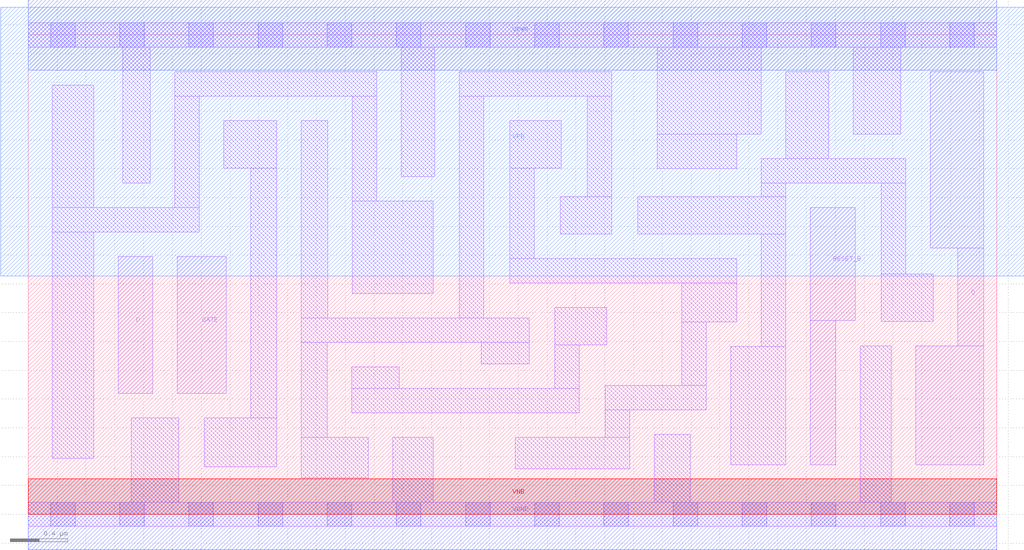
<source format=lef>
# Copyright 2020 The SkyWater PDK Authors
#
# Licensed under the Apache License, Version 2.0 (the "License");
# you may not use this file except in compliance with the License.
# You may obtain a copy of the License at
#
#     https://www.apache.org/licenses/LICENSE-2.0
#
# Unless required by applicable law or agreed to in writing, software
# distributed under the License is distributed on an "AS IS" BASIS,
# WITHOUT WARRANTIES OR CONDITIONS OF ANY KIND, either express or implied.
# See the License for the specific language governing permissions and
# limitations under the License.
#
# SPDX-License-Identifier: Apache-2.0

VERSION 5.7 ;
  NOWIREEXTENSIONATPIN ON ;
  DIVIDERCHAR "/" ;
  BUSBITCHARS "[]" ;
MACRO sky130_fd_sc_lp__dlrtp_1
  CLASS CORE ;
  FOREIGN sky130_fd_sc_lp__dlrtp_1 ;
  ORIGIN  0.000000  0.000000 ;
  SIZE  6.720000 BY  3.330000 ;
  SYMMETRY X Y R90 ;
  SITE unit ;
  PIN D
    ANTENNAGATEAREA  0.159000 ;
    DIRECTION INPUT ;
    USE SIGNAL ;
    PORT
      LAYER li1 ;
        RECT 0.625000 0.840000 0.865000 1.790000 ;
    END
  END D
  PIN Q
    ANTENNADIFFAREA  0.556500 ;
    DIRECTION OUTPUT ;
    USE SIGNAL ;
    PORT
      LAYER li1 ;
        RECT 6.160000 0.345000 6.630000 1.170000 ;
        RECT 6.260000 1.850000 6.630000 3.075000 ;
        RECT 6.450000 1.170000 6.630000 1.850000 ;
    END
  END Q
  PIN RESET_B
    ANTENNAGATEAREA  0.315000 ;
    DIRECTION INPUT ;
    USE SIGNAL ;
    PORT
      LAYER li1 ;
        RECT 5.425000 0.345000 5.605000 1.345000 ;
        RECT 5.425000 1.345000 5.740000 2.130000 ;
    END
  END RESET_B
  PIN GATE
    ANTENNAGATEAREA  0.159000 ;
    DIRECTION INPUT ;
    USE CLOCK ;
    PORT
      LAYER li1 ;
        RECT 1.035000 0.840000 1.375000 1.790000 ;
    END
  END GATE
  PIN VGND
    DIRECTION INOUT ;
    USE GROUND ;
    PORT
      LAYER met1 ;
        RECT 0.000000 -0.245000 6.720000 0.245000 ;
    END
  END VGND
  PIN VNB
    DIRECTION INOUT ;
    USE GROUND ;
    PORT
      LAYER pwell ;
        RECT 0.000000 0.000000 6.720000 0.245000 ;
    END
  END VNB
  PIN VPB
    DIRECTION INOUT ;
    USE POWER ;
    PORT
      LAYER nwell ;
        RECT -0.190000 1.655000 6.910000 3.520000 ;
    END
  END VPB
  PIN VPWR
    DIRECTION INOUT ;
    USE POWER ;
    PORT
      LAYER met1 ;
        RECT 0.000000 3.085000 6.720000 3.575000 ;
    END
  END VPWR
  OBS
    LAYER li1 ;
      RECT 0.000000 -0.085000 6.720000 0.085000 ;
      RECT 0.000000  3.245000 6.720000 3.415000 ;
      RECT 0.165000  0.390000 0.455000 1.960000 ;
      RECT 0.165000  1.960000 1.185000 2.130000 ;
      RECT 0.165000  2.130000 0.455000 2.980000 ;
      RECT 0.655000  2.300000 0.845000 3.245000 ;
      RECT 0.715000  0.085000 1.045000 0.670000 ;
      RECT 1.015000  2.130000 1.185000 2.905000 ;
      RECT 1.015000  2.905000 2.420000 3.075000 ;
      RECT 1.220000  0.330000 1.725000 0.670000 ;
      RECT 1.355000  2.405000 1.725000 2.735000 ;
      RECT 1.545000  0.670000 1.725000 2.405000 ;
      RECT 1.895000  0.255000 2.360000 0.535000 ;
      RECT 1.895000  0.535000 2.075000 1.195000 ;
      RECT 1.895000  1.195000 3.475000 1.365000 ;
      RECT 1.895000  1.365000 2.080000 2.735000 ;
      RECT 2.245000  0.705000 3.825000 0.875000 ;
      RECT 2.245000  0.875000 2.575000 1.025000 ;
      RECT 2.250000  1.535000 2.810000 2.175000 ;
      RECT 2.250000  2.175000 2.420000 2.905000 ;
      RECT 2.530000  0.085000 2.810000 0.535000 ;
      RECT 2.590000  2.345000 2.820000 3.245000 ;
      RECT 2.990000  1.365000 3.160000 2.905000 ;
      RECT 2.990000  2.905000 4.050000 3.075000 ;
      RECT 3.145000  1.045000 3.475000 1.195000 ;
      RECT 3.340000  1.605000 4.915000 1.775000 ;
      RECT 3.340000  1.775000 3.510000 2.405000 ;
      RECT 3.340000  2.405000 3.700000 2.735000 ;
      RECT 3.380000  0.315000 4.175000 0.535000 ;
      RECT 3.655000  0.875000 3.825000 1.175000 ;
      RECT 3.655000  1.175000 4.015000 1.435000 ;
      RECT 3.690000  1.945000 4.050000 2.205000 ;
      RECT 3.880000  2.205000 4.050000 2.905000 ;
      RECT 4.005000  0.535000 4.175000 0.725000 ;
      RECT 4.005000  0.725000 4.705000 0.895000 ;
      RECT 4.230000  1.945000 5.255000 2.205000 ;
      RECT 4.345000  0.085000 4.595000 0.555000 ;
      RECT 4.365000  2.400000 4.915000 2.640000 ;
      RECT 4.365000  2.640000 5.085000 3.245000 ;
      RECT 4.535000  0.895000 4.705000 1.335000 ;
      RECT 4.535000  1.335000 4.915000 1.605000 ;
      RECT 4.875000  0.345000 5.255000 1.165000 ;
      RECT 5.085000  1.165000 5.255000 1.945000 ;
      RECT 5.085000  2.205000 5.255000 2.300000 ;
      RECT 5.085000  2.300000 6.090000 2.470000 ;
      RECT 5.255000  2.470000 5.555000 3.075000 ;
      RECT 5.725000  2.640000 6.055000 3.245000 ;
      RECT 5.775000  0.085000 5.990000 1.170000 ;
      RECT 5.920000  1.340000 6.280000 1.670000 ;
      RECT 5.920000  1.670000 6.090000 2.300000 ;
    LAYER mcon ;
      RECT 0.155000 -0.085000 0.325000 0.085000 ;
      RECT 0.155000  3.245000 0.325000 3.415000 ;
      RECT 0.635000 -0.085000 0.805000 0.085000 ;
      RECT 0.635000  3.245000 0.805000 3.415000 ;
      RECT 1.115000 -0.085000 1.285000 0.085000 ;
      RECT 1.115000  3.245000 1.285000 3.415000 ;
      RECT 1.595000 -0.085000 1.765000 0.085000 ;
      RECT 1.595000  3.245000 1.765000 3.415000 ;
      RECT 2.075000 -0.085000 2.245000 0.085000 ;
      RECT 2.075000  3.245000 2.245000 3.415000 ;
      RECT 2.555000 -0.085000 2.725000 0.085000 ;
      RECT 2.555000  3.245000 2.725000 3.415000 ;
      RECT 3.035000 -0.085000 3.205000 0.085000 ;
      RECT 3.035000  3.245000 3.205000 3.415000 ;
      RECT 3.515000 -0.085000 3.685000 0.085000 ;
      RECT 3.515000  3.245000 3.685000 3.415000 ;
      RECT 3.995000 -0.085000 4.165000 0.085000 ;
      RECT 3.995000  3.245000 4.165000 3.415000 ;
      RECT 4.475000 -0.085000 4.645000 0.085000 ;
      RECT 4.475000  3.245000 4.645000 3.415000 ;
      RECT 4.955000 -0.085000 5.125000 0.085000 ;
      RECT 4.955000  3.245000 5.125000 3.415000 ;
      RECT 5.435000 -0.085000 5.605000 0.085000 ;
      RECT 5.435000  3.245000 5.605000 3.415000 ;
      RECT 5.915000 -0.085000 6.085000 0.085000 ;
      RECT 5.915000  3.245000 6.085000 3.415000 ;
      RECT 6.395000 -0.085000 6.565000 0.085000 ;
      RECT 6.395000  3.245000 6.565000 3.415000 ;
  END
END sky130_fd_sc_lp__dlrtp_1
END LIBRARY

</source>
